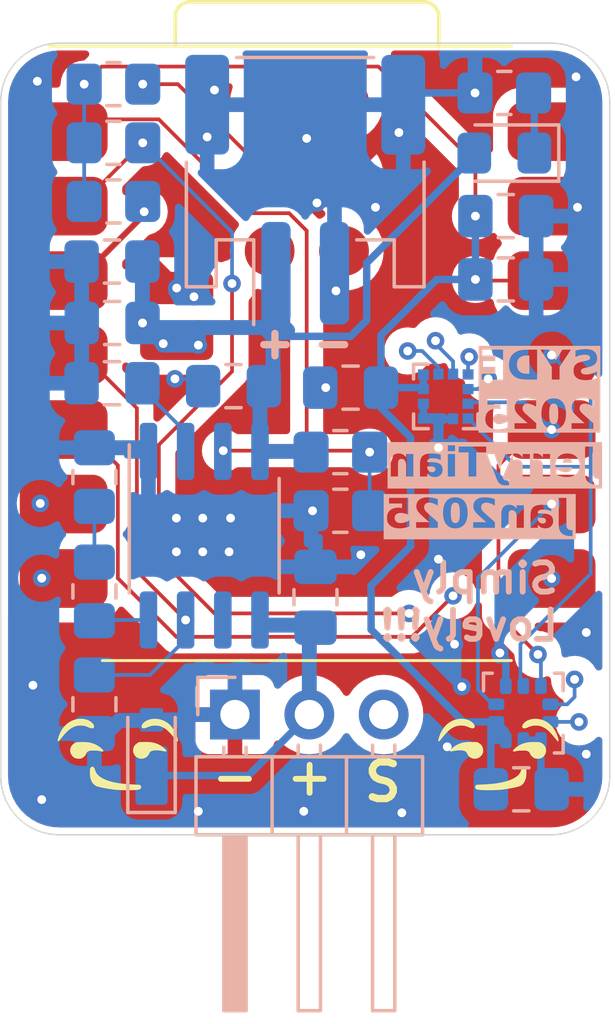
<source format=kicad_pcb>
(kicad_pcb (version 20240108) (generator "pcbnew") (generator_version "8.0")
  (layers (0 "F.Cu" signal) (1 "In1.Cu" signal) (2 "In2.Cu" signal) (31 "B.Cu" signal) (34 "B.Paste" user) (35 "F.Paste" user) (36 "B.SilkS" user "B.Silkscreen") (37 "F.SilkS" user "F.Silkscreen") (38 "B.Mask" user) (39 "F.Mask" user) (44 "Edge.Cuts" user))
  (net 0 "")
  (net 1 "+BATT")
  (net 2 "+3.3V")
  (net 3 "GND")
  (net 5 "/MCU/PWM")
  (net 7 "+BATT_FUSED")
  (net 9 "/Efuse/INT_R_OVLO")
  (net 10 "/VMON")
  (net 11 "/IMON")
  (net 14 "/MCU/INT1_ACCEL")
  (net 15 "/MCU/CS_ACCEL")
  (net 16 "/MCU/INT_BARO")
  (net 17 "/MCU/INT2_ACCEL")
  (net 18 "/MCU/CS_BARO")
  (net 19 "/MCU/MOSI")
  (net 20 "/MCU/MISO")
  (net 21 "/MCU/CLK")
  (net 23 "/LED_K")
  (net 24 "/MCU/CHIP_EN")
  (net 25 "/Efuse/DVDT")
  (net 26 "/Efuse/OVLO")
  (footprint "LOGO" (layer "F.Cu") (at 117 123.85)
    (property "Reference" "G***" (hide yes))
    (property "Value" "LOGO" (hide yes))
  )
  (footprint "LOGO" (layer "F.Cu") (at 104 123.85)
    (property "Reference" "G***" (hide yes))
    (property "Value" "LOGO" (hide yes))
  )
  (footprint "SeeedStudio:XIAO-ESP32C3-SMD" (layer "F.Cu") (at 110.4 110.6)
    (property "Reference" "U1" (hide yes))
    (property "Value" "113991054" (hide yes))
    (pad "1" smd roundrect (at -8.25 -7.58) (size 3 2) (layers "F.Cu" "F.Paste" "F.Mask") (net 10 "/VMON"))
    (pad "2" smd roundrect (at -8.25 -5.04) (size 3 2) (layers "F.Cu" "F.Paste" "F.Mask") (net 18 "/MCU/CS_BARO"))
    (pad "3" smd roundrect (at -8.25 -2.5) (size 3 2) (layers "F.Cu" "F.Paste" "F.Mask") (net 15 "/MCU/CS_ACCEL"))
    (pad "4" smd roundrect (at -8.25 0.04) (size 3 2) (layers "F.Cu" "F.Paste" "F.Mask") (net 11 "/IMON"))
    (pad "5" smd roundrect (at -8.25 2.58) (size 3 2) (layers "F.Cu" "F.Paste" "F.Mask") (net 16 "/MCU/INT_BARO"))
    (pad "6" smd roundrect (at -8.25 5.12) (size 3 2) (layers "F.Cu" "F.Paste" "F.Mask") (net 17 "/MCU/INT2_ACCEL"))
    (pad "7" smd roundrect (at -8.25 7.66) (size 3 2) (layers "F.Cu" "F.Paste" "F.Mask") (net 14 "/MCU/INT1_ACCEL"))
    (pad "8" smd roundrect (at 8.415 7.66) (size 3 2) (layers "F.Cu" "F.Paste" "F.Mask") (net 5 "/MCU/PWM"))
    (pad "9" smd roundrect (at 8.415 5.12) (size 3 2) (layers "F.Cu" "F.Paste" "F.Mask") (net 21 "/MCU/CLK"))
    (pad "10" smd roundrect (at 8.415 2.58) (size 3 2) (layers "F.Cu" "F.Paste" "F.Mask") (net 20 "/MCU/MISO"))
    (pad "11" smd roundrect (at 8.415 0.04) (size 3 2) (layers "F.Cu" "F.Paste" "F.Mask") (net 19 "/MCU/MOSI"))
    (pad "12" smd roundrect (at 8.415 -2.5) (size 3 2) (layers "F.Cu" "F.Paste" "F.Mask") (net 2 "+3.3V"))
    (pad "13" smd roundrect (at 8.415 -5.04) (size 3 2) (layers "F.Cu" "F.Paste" "F.Mask") (net 3 "GND"))
    (pad "14" smd roundrect (at 8.415 -7.58) (size 3 2) (layers "F.Cu" "F.Paste" "F.Mask"))
    (pad "15" smd roundrect (at -4.39 -0.342 180) (size 2.5 1.1) (layers "F.Cu" "F.Paste" "F.Mask") (net 1 "+BATT"))
    (pad "16" smd roundrect (at -4.39 -2.247 180) (size 2.5 1.1) (layers "F.Cu" "F.Paste" "F.Mask") (net 3 "GND"))
    (pad "17" smd circle (at -1.215 -8.592) (size 1.7 1.7) (layers "F.Cu" "F.Paste" "F.Mask"))
    (pad "18" smd circle (at 1.325 -8.592) (size 1.7 1.7) (layers "F.Cu" "F.Paste" "F.Mask"))
    (pad "19" smd circle (at -1.215 -6.052) (size 1.7 1.7) (layers "F.Cu" "F.Paste" "F.Mask") (net 24 "/MCU/CHIP_EN"))
    (pad "20" smd circle (at 1.325 -6.052) (size 1.7 1.7) (layers "F.Cu" "F.Paste" "F.Mask") (net 3 "GND"))
    (pad "21" smd circle (at -1.215 -3.512) (size 1.7 1.7) (layers "F.Cu" "F.Paste" "F.Mask"))
    (pad "22" smd circle (at 1.325 -3.512) (size 1.7 1.7) (layers "F.Cu" "F.Paste" "F.Mask"))
  )
  (footprint "Resistor_SMD:R_0805_2012Metric_Pad1.20x1.40mm_HandSolder" (layer "B.Cu") (at 103.85 103.4)
    (property "Reference" "R8" (hide yes))
    (property "Value" "RMCF0805JT4K70" (hide yes))
    (pad "1" smd roundrect (at -1 0) (size 1.2 1.4) (layers "B.Cu" "B.Paste" "B.Mask") (roundrect_rratio 0.208333) (net 2 "+3.3V"))
    (pad "2" smd roundrect (at 1 0) (size 1.2 1.4) (layers "B.Cu" "B.Paste" "B.Mask") (roundrect_rratio 0.208333) (net 18 "/MCU/CS_BARO"))
  )
  (footprint "Capacitor_SMD:C_0805_2012Metric_Pad1.18x1.45mm_HandSolder" (layer "B.Cu") (at 117.25 108.06)
    (property "Reference" "C1" (hide yes))
    (property "Value" "CL21B105KAFNNNE" (hide yes))
    (pad "1" smd roundrect (at -1.0375 0) (size 1.175 1.45) (layers "B.Cu" "B.Paste" "B.Mask") (roundrect_rratio 0.212766) (net 2 "+3.3V"))
    (pad "2" smd roundrect (at 1.0375 0) (size 1.175 1.45) (layers "B.Cu" "B.Paste" "B.Mask") (roundrect_rratio 0.212766) (net 3 "GND"))
  )
  (footprint "Resistor_SMD:R_0805_2012Metric_Pad1.20x1.40mm_HandSolder" (layer "B.Cu") (at 103.85 105.4)
    (property "Reference" "R7" (hide yes))
    (property "Value" "RMCF0805JT4K70" (hide yes))
    (pad "1" smd roundrect (at -1 0) (size 1.2 1.4) (layers "B.Cu" "B.Paste" "B.Mask") (roundrect_rratio 0.208333) (net 2 "+3.3V"))
    (pad "2" smd roundrect (at 1 0) (size 1.2 1.4) (layers "B.Cu" "B.Paste" "B.Mask") (roundrect_rratio 0.208333) (net 15 "/MCU/CS_ACCEL"))
  )
  (footprint "Capacitor_SMD:C_0805_2012Metric_Pad1.18x1.45mm_HandSolder" (layer "B.Cu") (at 117.78 125.45)
    (property "Reference" "C9" (hide yes))
    (property "Value" "CL21B104KBCNNNC" (hide yes))
    (pad "1" smd roundrect (at -1.0375 0) (size 1.175 1.45) (layers "B.Cu" "B.Paste" "B.Mask") (roundrect_rratio 0.212766) (net 2 "+3.3V"))
    (pad "2" smd roundrect (at 1.0375 0) (size 1.175 1.45) (layers "B.Cu" "B.Paste" "B.Mask") (roundrect_rratio 0.212766) (net 3 "GND"))
  )
  (footprint "Diode_SMD:D_MicroSMP_AK_MSS1P3L-M3_89A" (layer "B.Cu") (at 105.15 124.1 90)
    (property "Reference" "D1" (hide yes))
    (property "Value" "MSS1P3L-M3/89A" (hide yes))
    (pad "1" smd roundrect (at -0.88 0 90) (size 2 1.1) (layers "B.Cu" "B.Paste" "B.Mask") (roundrect_rratio 0.1) (net 7 "+BATT_FUSED"))
    (pad "2" smd roundrect (at 1.02 0 90) (size 0.8 0.8) (layers "B.Cu" "B.Paste" "B.Mask") (roundrect_rratio 0.1) (net 3 "GND"))
  )
  (footprint "Capacitor_SMD:C_0805_2012Metric_Pad1.18x1.45mm_HandSolder" (layer "B.Cu") (at 111.95 111.75 180)
    (property "Reference" "C10" (hide yes))
    (property "Value" "CL21B104KBCNNNC" (hide yes))
    (pad "1" smd roundrect (at -1.0375 0 180) (size 1.175 1.45) (layers "B.Cu" "B.Paste" "B.Mask") (roundrect_rratio 0.212766) (net 2 "+3.3V"))
    (pad "2" smd roundrect (at 1.0375 0 180) (size 1.175 1.45) (layers "B.Cu" "B.Paste" "B.Mask") (roundrect_rratio 0.212766) (net 3 "GND"))
  )
  (footprint "Resistor_SMD:R_0805_2012Metric_Pad1.20x1.40mm_HandSolder" (layer "B.Cu") (at 117.2 101.7 180)
    (property "Reference" "R1" (hide yes))
    (property "Value" "RC0805FR-0730RL" (hide yes))
    (pad "1" smd roundrect (at -1 0 180) (size 1.2 1.4) (layers "B.Cu" "B.Paste" "B.Mask") (roundrect_rratio 0.208333) (net 23 "/LED_K"))
    (pad "2" smd roundrect (at 1 0 180) (size 1.2 1.4) (layers "B.Cu" "B.Paste" "B.Mask") (roundrect_rratio 0.208333) (net 3 "GND"))
  )
  (footprint "Capacitor_SMD:C_0805_2012Metric_Pad1.18x1.45mm_HandSolder" (layer "B.Cu") (at 110.75 118.9 90)
    (property "Reference" "C8" (hide yes))
    (property "Value" "GRM21BR61C106KE15K" (hide yes))
    (pad "1" smd roundrect (at -1.0375 0 90) (size 1.175 1.45) (layers "B.Cu" "B.Paste" "B.Mask") (roundrect_rratio 0.212766) (net 7 "+BATT_FUSED"))
    (pad "2" smd roundrect (at 1.0375 0 90) (size 1.175 1.45) (layers "B.Cu" "B.Paste" "B.Mask") (roundrect_rratio 0.212766) (net 3 "GND"))
  )
  (footprint "Capacitor_SMD:C_0805_2012Metric_Pad1.18x1.45mm_HandSolder" (layer "B.Cu") (at 103.805476 109.546 180)
    (property "Reference" "C4" (hide yes))
    (property "Value" "GRM21BR61C106KE15K" (hide yes))
    (pad "1" smd roundrect (at -1.0375 0 180) (size 1.175 1.45) (layers "B.Cu" "B.Paste" "B.Mask") (roundrect_rratio 0.212766) (net 1 "+BATT"))
    (pad "2" smd roundrect (at 1.0375 0 180) (size 1.175 1.45) (layers "B.Cu" "B.Paste" "B.Mask") (roundrect_rratio 0.212766) (net 3 "GND"))
  )
  (footprint "Capacitor_SMD:C_0805_2012Metric_Pad1.18x1.45mm_HandSolder" (layer "B.Cu") (at 103.8 111.6 180)
    (property "Reference" "C5" (hide yes))
    (property "Value" "CC0805JRNPO9BN471" (hide yes))
    (pad "1" smd roundrect (at -1.0375 0 180) (size 1.175 1.45) (layers "B.Cu" "B.Paste" "B.Mask") (roundrect_rratio 0.212766) (net 25 "/Efuse/DVDT"))
    (pad "2" smd roundrect (at 1.0375 0 180) (size 1.175 1.45) (layers "B.Cu" "B.Paste" "B.Mask") (roundrect_rratio 0.212766) (net 3 "GND"))
  )
  (footprint "LED_SMD:LED_0805_2012Metric_Pad1.15x1.40mm_HandSolder" (layer "B.Cu") (at 117.2 103.75 180)
    (property "Reference" "D2" (hide yes))
    (property "Value" "150080GS75000" (hide yes))
    (pad "1" smd roundrect (at -1.025 0 180) (size 1.15 1.4) (layers "B.Cu" "B.Paste" "B.Mask") (roundrect_rratio 0.217391) (net 23 "/LED_K"))
    (pad "2" smd roundrect (at 1.025 0 180) (size 1.15 1.4) (layers "B.Cu" "B.Paste" "B.Mask") (roundrect_rratio 0.217391) (net 1 "+BATT"))
  )
  (footprint "Capacitor_SMD:C_0805_2012Metric_Pad1.18x1.45mm_HandSolder" (layer "B.Cu") (at 103.8 107.45 180)
    (property "Reference" "C3" (hide yes))
    (property "Value" "CL21B104KBCNNNC" (hide yes))
    (pad "1" smd roundrect (at -1.0375 0 180) (size 1.175 1.45) (layers "B.Cu" "B.Paste" "B.Mask") (roundrect_rratio 0.212766) (net 1 "+BATT"))
    (pad "2" smd roundrect (at 1.0375 0 180) (size 1.175 1.45) (layers "B.Cu" "B.Paste" "B.Mask") (roundrect_rratio 0.212766) (net 3 "GND"))
  )
  (footprint "Resistor_SMD:R_0805_2012Metric_Pad1.20x1.40mm_HandSolder" (layer "B.Cu") (at 111.6 113.95)
    (property "Reference" "R5" (hide yes))
    (property "Value" "RC0805FR-0782KL" (hide yes))
    (pad "1" smd roundrect (at -1 0) (size 1.2 1.4) (layers "B.Cu" "B.Paste" "B.Mask") (roundrect_rratio 0.208333) (net 1 "+BATT"))
    (pad "2" smd roundrect (at 1 0) (size 1.2 1.4) (layers "B.Cu" "B.Paste" "B.Mask") (roundrect_rratio 0.208333) (net 10 "/VMON"))
  )
  (footprint "Capacitor_SMD:C_0805_2012Metric_Pad1.18x1.45mm_HandSolder" (layer "B.Cu") (at 117.25 105.9)
    (property "Reference" "C2" (hide yes))
    (property "Value" "CL21B104KBCNNNC" (hide yes))
    (pad "1" smd roundrect (at -1.0375 0) (size 1.175 1.45) (layers "B.Cu" "B.Paste" "B.Mask") (roundrect_rratio 0.212766) (net 2 "+3.3V"))
    (pad "2" smd roundrect (at 1.0375 0) (size 1.175 1.45) (layers "B.Cu" "B.Paste" "B.Mask") (roundrect_rratio 0.212766) (net 3 "GND"))
  )
  (footprint "Resistor_SMD:R_0805_2012Metric_Pad1.20x1.40mm_HandSolder" (layer "B.Cu") (at 103.85 101.4)
    (property "Reference" "R9" (hide yes))
    (property "Value" "RMCF0805JT4K70" (hide yes))
    (pad "1" smd roundrect (at -1 0) (size 1.2 1.4) (layers "B.Cu" "B.Paste" "B.Mask") (roundrect_rratio 0.208333) (net 2 "+3.3V"))
    (pad "2" smd roundrect (at 1 0) (size 1.2 1.4) (layers "B.Cu" "B.Paste" "B.Mask") (roundrect_rratio 0.208333) (net 24 "/MCU/CHIP_EN"))
  )
  (footprint "Resistor_SMD:R_0805_2012Metric_Pad1.20x1.40mm_HandSolder" (layer "B.Cu") (at 103.2 118.7 90)
    (property "Reference" "R2" (hide yes))
    (property "Value" "RC0805FR-07200KL" (hide yes))
    (pad "1" smd roundrect (at -1 0 90) (size 1.2 1.4) (layers "B.Cu" "B.Paste" "B.Mask") (roundrect_rratio 0.208333) (net 26 "/Efuse/OVLO"))
    (pad "2" smd roundrect (at 1 0 90) (size 1.2 1.4) (layers "B.Cu" "B.Paste" "B.Mask") (roundrect_rratio 0.208333) (net 9 "/Efuse/INT_R_OVLO"))
  )
  (footprint "Resistor_SMD:R_0805_2012Metric_Pad1.20x1.40mm_HandSolder" (layer "B.Cu") (at 103.2 122.55 -90)
    (property "Reference" "R6" (hide yes))
    (property "Value" "RC0805FR-07698RL" (hide yes))
    (pad "1" smd roundrect (at -1 0 270) (size 1.2 1.4) (layers "B.Cu" "B.Paste" "B.Mask") (roundrect_rratio 0.208333) (net 11 "/IMON"))
    (pad "2" smd roundrect (at 1 0 270) (size 1.2 1.4) (layers "B.Cu" "B.Paste" "B.Mask") (roundrect_rratio 0.208333) (net 3 "GND"))
  )
  (footprint "Connector_PinHeader_2.54mm:PinHeader_1x03_P2.54mm_Horizontal" (layer "B.Cu") (at 108 122.9 -90)
    (property "Reference" "J2" (hide yes))
    (property "Value" "PH1RA-03-UA" (hide yes))
    (pad "1" thru_hole rect (at 0 0 270) (size 1.7 1.7) (drill 1) (layers "*.Cu" "*.Mask") (net 3 "GND"))
    (pad "2" thru_hole oval (at 0 -2.54 270) (size 1.7 1.7) (drill 1) (layers "*.Cu" "*.Mask") (net 7 "+BATT_FUSED"))
    (pad "3" thru_hole oval (at 0 -5.08 270) (size 1.7 1.7) (drill 1) (layers "*.Cu" "*.Mask") (net 5 "/MCU/PWM"))
  )
  (footprint "Connector_JST:JST_PH_S2B-PH-SM4-TB_1x02-1MP_P2.00mm_Horizontal" (layer "B.Cu") (at 110.4 105)
    (property "Reference" "J1" (hide yes))
    (property "Value" "S2B-PH-SM4-TB" (hide yes))
    (pad "1" smd roundrect (at -1 2.85) (size 1 3.5) (layers "B.Cu" "B.Paste" "B.Mask") (net 1 "+BATT"))
    (pad "2" smd roundrect (at 1 2.85) (size 1 3.5) (layers "B.Cu" "B.Paste" "B.Mask") (net 3 "GND"))
    (pad "MP" smd roundrect (at -3.35 -2.9) (size 1.5 3.4) (layers "B.Cu" "B.Paste" "B.Mask") (roundrect_rratio 0.166667) (net 3 "GND"))
    (pad "MP" smd roundrect (at 3.35 -2.9) (size 1.5 3.4) (layers "B.Cu" "B.Paste" "B.Mask") (roundrect_rratio 0.166667) (net 3 "GND"))
  )
  (footprint "Package_LGA:ST_HLGA-10_LPS22HHTR" (layer "B.Cu") (at 117.85 122.85)
    (property "Reference" "U2" (hide yes))
    (property "Value" "LPS22HHTR" (hide yes))
    (pad "1" smd roundrect (at -0.925 0.3) (size 0.55 0.4) (layers "B.Cu" "B.Paste" "B.Mask") (net 2 "+3.3V"))
    (pad "2" smd roundrect (at -0.925 -0.3) (size 0.55 0.4) (layers "B.Cu" "B.Paste" "B.Mask") (net 21 "/MCU/CLK"))
    (pad "3" smd roundrect (at -0.6 -0.925) (size 0.4 0.55) (layers "B.Cu" "B.Paste" "B.Mask") (net 3 "GND"))
    (pad "4" smd roundrect (at 0 -0.925) (size 0.4 0.55) (layers "B.Cu" "B.Paste" "B.Mask") (net 19 "/MCU/MOSI"))
    (pad "5" smd roundrect (at 0.6 -0.925) (size 0.4 0.55) (layers "B.Cu" "B.Paste" "B.Mask") (net 20 "/MCU/MISO"))
    (pad "6" smd roundrect (at 0.925 -0.3) (size 0.55 0.4) (layers "B.Cu" "B.Paste" "B.Mask") (net 18 "/MCU/CS_BARO"))
    (pad "7" smd roundrect (at 0.925 0.3) (size 0.55 0.4) (layers "B.Cu" "B.Paste" "B.Mask") (net 16 "/MCU/INT_BARO"))
    (pad "8" smd roundrect (at 0.6 0.925) (size 0.4 0.55) (layers "B.Cu" "B.Paste" "B.Mask") (net 3 "GND"))
    (pad "9" smd roundrect (at 0 0.925) (size 0.4 0.55) (layers "B.Cu" "B.Paste" "B.Mask") (net 3 "GND"))
    (pad "10" smd roundrect (at -0.6 0.925) (size 0.4 0.55) (layers "B.Cu" "B.Paste" "B.Mask") (net 2 "+3.3V"))
  )
  (footprint "Package_LGA:LGA-12_LIS2HH12TR" (layer "B.Cu") (at 115.2 112.05 180)
    (property "Reference" "U3" (hide yes))
    (property "Value" "LIS2HH12TR" (hide yes))
    (pad "1" smd rect (at -0.7625 0.75 180) (size 0.375 0.35) (layers "B.Cu" "B.Paste" "B.Mask") (net 21 "/MCU/CLK"))
    (pad "2" smd rect (at -0.7625 0.25 180) (size 0.375 0.35) (layers "B.Cu" "B.Paste" "B.Mask") (net 15 "/MCU/CS_ACCEL"))
    (pad "3" smd rect (at -0.7625 -0.25 180) (size 0.375 0.35) (layers "B.Cu" "B.Paste" "B.Mask") (net 20 "/MCU/MISO"))
    (pad "4" smd rect (at -0.7625 -0.75 180) (size 0.375 0.35) (layers "B.Cu" "B.Paste" "B.Mask") (net 19 "/MCU/MOSI"))
    (pad "5" smd rect (at -0.25 -0.7625 90) (size 0.375 0.35) (layers "B.Cu" "B.Paste" "B.Mask") (net 3 "GND"))
    (pad "6" smd rect (at 0.25 -0.7625 90) (size 0.375 0.35) (layers "B.Cu" "B.Paste" "B.Mask") (net 3 "GND"))
    (pad "7" smd rect (at 0.7625 -0.75 180) (size 0.375 0.35) (layers "B.Cu" "B.Paste" "B.Mask") (net 3 "GND"))
    (pad "8" smd rect (at 0.7625 -0.25 180) (size 0.375 0.35) (layers "B.Cu" "B.Paste" "B.Mask") (net 3 "GND"))
    (pad "9" smd rect (at 0.7625 0.25 180) (size 0.375 0.35) (layers "B.Cu" "B.Paste" "B.Mask") (net 2 "+3.3V"))
    (pad "10" smd rect (at 0.7625 0.75 180) (size 0.375 0.35) (layers "B.Cu" "B.Paste" "B.Mask") (net 2 "+3.3V"))
    (pad "11" smd rect (at 0.25 0.7625 90) (size 0.375 0.35) (layers "B.Cu" "B.Paste" "B.Mask") (net 17 "/MCU/INT2_ACCEL"))
    (pad "12" smd rect (at -0.25 0.7625 90) (size 0.375 0.35) (layers "B.Cu" "B.Paste" "B.Mask") (net 14 "/MCU/INT1_ACCEL"))
  )
  (footprint "Package_SO:SOIC-8-TPS259631DDAR" (layer "B.Cu") (at 106.95 116.8 -90)
    (property "Reference" "U4" (hide yes))
    (property "Value" "TPS259621DDAR" (hide yes))
    (pad "1" smd roundrect (at -2.875 1.905 270) (size 1.95 0.6) (layers "B.Cu" "B.Paste" "B.Mask") (net 3 "GND"))
    (pad "2" smd roundrect (at -2.875 0.635 270) (size 1.95 0.6) (layers "B.Cu" "B.Paste" "B.Mask") (net 25 "/Efuse/DVDT"))
    (pad "3" smd roundrect (at -2.875 -0.635 270) (size 1.95 0.6) (layers "B.Cu" "B.Paste" "B.Mask") (net 10 "/VMON"))
    (pad "4" smd roundrect (at -2.875 -1.905 270) (size 1.95 0.6) (layers "B.Cu" "B.Paste" "B.Mask") (net 1 "+BATT"))
    (pad "5" smd roundrect (at 2.875 -1.905 270) (size 1.95 0.6) (layers "B.Cu" "B.Paste" "B.Mask") (net 7 "+BATT_FUSED"))
    (pad "6" smd roundrect (at 2.875 -0.635 270) (size 1.95 0.6) (layers "B.Cu" "B.Paste" "B.Mask"))
    (pad "7" smd roundrect (at 2.875 0.635 270) (size 1.95 0.6) (layers "B.Cu" "B.Paste" "B.Mask") (net 11 "/IMON"))
    (pad "8" smd roundrect (at 2.875 1.905 270) (size 1.95 0.6) (layers "B.Cu" "B.Paste" "B.Mask") (net 26 "/Efuse/OVLO"))
    (pad "9" smd rect (at 0 0 270) (size 2.41 3.1) (property pad_prop_heatsink) (layers "B.Cu" "B.Mask") (net 3 "GND"))
  )
  (footprint "Capacitor_SMD:C_0805_2012Metric_Pad1.18x1.45mm_HandSolder" (layer "B.Cu") (at 107.95 111.7 180)
    (property "Reference" "C6" (hide yes))
    (property "Value" "CL21B104KBCNNNC" (hide yes))
    (pad "1" smd roundrect (at -1.0375 0 180) (size 1.175 1.45) (layers "B.Cu" "B.Paste" "B.Mask") (roundrect_rratio 0.212766) (net 1 "+BATT"))
    (pad "2" smd roundrect (at 1.0375 0 180) (size 1.175 1.45) (layers "B.Cu" "B.Paste" "B.Mask") (roundrect_rratio 0.212766) (net 3 "GND"))
  )
  (footprint "Resistor_SMD:R_0805_2012Metric_Pad1.20x1.40mm_HandSolder" (layer "B.Cu") (at 111.6 115.95 180)
    (property "Reference" "R4" (hide yes))
    (property "Value" "RC0805FR-0743KL" (hide yes))
    (pad "1" smd roundrect (at -1 0 180) (size 1.2 1.4) (layers "B.Cu" "B.Paste" "B.Mask") (roundrect_rratio 0.208333) (net 10 "/VMON"))
    (pad "2" smd roundrect (at 1 0 180) (size 1.2 1.4) (layers "B.Cu" "B.Paste" "B.Mask") (roundrect_rratio 0.208333) (net 3 "GND"))
  )
  (footprint "Resistor_SMD:R_0805_2012Metric_Pad1.20x1.40mm_HandSolder" (layer "B.Cu") (at 103.2 114.8 90)
    (property "Reference" "R3" (hide yes))
    (property "Value" "RC0805FR-07200KL" (hide yes))
    (pad "1" smd roundrect (at -1 0 90) (size 1.2 1.4) (layers "B.Cu" "B.Paste" "B.Mask") (roundrect_rratio 0.208333) (net 9 "/Efuse/INT_R_OVLO"))
    (pad "2" smd roundrect (at 1 0 90) (size 1.2 1.4) (layers "B.Cu" "B.Paste" "B.Mask") (roundrect_rratio 0.208333) (net 3 "GND"))
  )
  (gr_arc (start 120.8 125) (mid 120.214214 126.414214) (end 118.8 127) (stroke (width 0.05)) (layer "Edge.Cuts"))
  (gr_line (start 118.8 127) (end 102 127) (stroke (width 0.05)) (layer "Edge.Cuts"))
  (gr_arc (start 100 102) (mid 100.585786 100.585786) (end 102 100) (stroke (width 0.05)) (layer "Edge.Cuts"))
  (gr_line (start 100 125) (end 100 102) (stroke (width 0.05)) (layer "Edge.Cuts"))
  (gr_arc (start 118.8 100) (mid 120.214214 100.585786) (end 120.8 102) (stroke (width 0.05)) (layer "Edge.Cuts"))
  (gr_arc (start 102 127) (mid 100.585786 126.414214) (end 100 125) (stroke (width 0.05)) (layer "Edge.Cuts"))
  (gr_line (start 102 100) (end 118.8 100) (stroke (width 0.05)) (layer "Edge.Cuts"))
  (gr_line (start 120.8 102) (end 120.8 125) (stroke (width 0.05)) (layer "Edge.Cuts"))
  (gr_text "JerryTian" (at 120.35 114.95 0) (layer "B.SilkS" knockout) (effects (font (size 1 1) (thickness 0.2) (bold yes)) (justify left bottom mirror)))
  (gr_text "Simply\nLovely!!!" (at 119.15 120.45 0) (layer "B.SilkS") (effects (font (size 1 1) (thickness 0.2) (bold yes)) (justify left bottom mirror)))
  (gr_text "Jan2025" (at 119.45 116.7 0) (layer "B.SilkS" knockout) (effects (font (size 1 1) (thickness 0.2) (bold yes)) (justify left bottom mirror)))
  (gr_text "-" (at 112.15 110.8 0) (layer "B.SilkS") (effects (font (size 1 1) (thickness 0.25) (bold yes)) (justify left bottom mirror)))
  (gr_text "+" (at 110.15 110.8 0) (layer "B.SilkS") (effects (font (size 1 1) (thickness 0.25) (bold yes)) (justify left bottom mirror)))
  (gr_text "SYDE\n2025" (at 118.4 111.9 0) (layer "B.SilkS" knockout) (effects (font (size 1 1) (thickness 0.2) (bold yes)) (justify mirror)))
  (gr_text "-" (at 108 125 0) (layer "F.SilkS") (effects (font (size 1.25 1.25) (thickness 0.2))))
  (gr_text "S" (at 113.05 125.2 0) (layer "F.SilkS") (effects (font (size 1.25 1.25) (thickness 0.25) (bold yes))))
  (gr_text "+" (at 110.55 125 0) (layer "F.SilkS") (effects (font (size 1.25 1.25) (thickness 0.2))))
  (segment (start 105.55 110.25) (end 105.546976 110.25) (width 0.508) (layer "F.Cu") (net 1))
  (segment (start 105.554976 110.258) (end 105.55 110.253024) (width 0.508) (layer "F.Cu") (net 1))
  (segment (start 105.55 110.253024) (end 105.55 110.25) (width 0.508) (layer "F.Cu") (net 1))
  (segment (start 106.01 110.258) (end 105.554976 110.258) (width 0.508) (layer "F.Cu") (net 1))
  (segment (start 105.546976 110.25) (end 104.842976 109.546) (width 0.508) (layer "F.Cu") (net 1))
  (via (at 104.842976 109.546) (size 0.6) (drill 0.3) (layers "F.Cu" "B.Cu") (net 1))
  (via (at 105.55 110.25) (size 0.6) (drill 0.3) (layers "F.Cu" "B.Cu") (net 1))
  (via (at 106.75 110.3) (size 0.6) (drill 0.3) (layers "F.Cu" "B.Cu") (net 1))
  (segment (start 112.5 109.45) (end 112.5 107.5) (width 0.254) (layer "B.Cu") (net 1))
  (segment (start 106.45 110) (end 105.8 110) (width 0.508) (layer "B.Cu") (net 1))
  (segment (start 109.3 110) (end 111.95 110) (width 0.254) (layer "B.Cu") (net 1))
  (segment (start 105.596976 110.3) (end 104.842976 109.546) (width 0.508) (layer "B.Cu") (net 1))
  (segment (start 104.996976 109.7) (end 106.75 109.7) (width 0.508) (layer "B.Cu") (net 1))
  (segment (start 112.5 107.5) (end 116.175 103.825) (width 0.254) (layer "B.Cu") (net 1))
  (segment (start 104.842976 109.546) (end 104.996976 109.7) (width 0.508) (layer "B.Cu") (net 1))
  (segment (start 109.3 107.95) (end 109.3 110) (width 0.508) (layer "B.Cu") (net 1))
  (segment (start 104.8375 107.45) (end 104.8375 109.540524) (width 0.508) (layer "B.Cu") (net 1))
  (segment (start 106.75 110.3) (end 106.75 109.7) (width 0.508) (layer "B.Cu") (net 1))
  (segment (start 108.855 111.8325) (end 108.9875 111.7) (width 0.508) (layer "B.Cu") (net 1))
  (segment (start 109 109.7) (end 109.3 110) (width 0.508) (layer "B.Cu") (net 1))
  (segment (start 109.4 107.85) (end 109.3 107.95) (width 0.508) (layer "B.Cu") (net 1))
  (segment (start 106.75 109.7) (end 109 109.7) (width 0.508) (layer "B.Cu") (net 1))
  (segment (start 116.175 103.825) (end 116.175 103.75) (width 0.254) (layer "B.Cu") (net 1))
  (segment (start 106.75 110.3) (end 106.45 110) (width 0.508) (layer "B.Cu") (net 1))
  (segment (start 109.3 111.3875) (end 108.9875 111.7) (width 0.508) (layer "B.Cu") (net 1))
  (segment (start 111.95 110) (end 112.5 109.45) (width 0.254) (layer "B.Cu") (net 1))
  (segment (start 108.855 113.925) (end 108.855 111.8325) (width 0.508) (layer "B.Cu") (net 1))
  (segment (start 109.3 110) (end 109.3 111.3875) (width 0.508) (layer "B.Cu") (net 1))
  (segment (start 104.8375 109.540524) (end 104.842976 109.546) (width 0.508) (layer "B.Cu") (net 1))
  (segment (start 105.8 110) (end 105.55 110.25) (width 0.508) (layer "B.Cu") (net 1))
  (segment (start 110.575 113.925) (end 110.6 113.95) (width 0.508) (layer "B.Cu") (net 1))
  (segment (start 109.4 107.85) (end 109.4 109.4) (width 0.508) (layer "B.Cu") (net 1))
  (segment (start 109.4 109.4) (end 109.8 109.8) (width 0.508) (layer "B.Cu") (net 1))
  (segment (start 106.75 110.3) (end 105.596976 110.3) (width 0.508) (layer "B.Cu") (net 1))
  (segment (start 108.855 113.925) (end 110.575 113.925) (width 0.508) (layer "B.Cu") (net 1))
  (segment (start 116.2125 105.9) (end 116.2125 104.1125) (width 0.127) (layer "F.Cu") (net 2))
  (segment (start 116.2525 108.1) (end 116.2125 108.06) (width 0.127) (layer "F.Cu") (net 2))
  (segment (start 118.815 108.1) (end 116.2525 108.1) (width 0.127) (layer "F.Cu") (net 2))
  (segment (start 103.45 100.8) (end 102.85 101.4) (width 0.127) (layer "F.Cu") (net 2))
  (segment (start 116.2125 104.1125) (end 112.9 100.8) (width 0.127) (layer "F.Cu") (net 2))
  (segment (start 112.9 100.8) (end 103.45 100.8) (width 0.127) (layer "F.Cu") (net 2))
  (via (at 116.2125 105.9) (size 0.6) (drill 0.3) (layers "F.Cu" "B.Cu") (net 2))
  (via (at 102.85 101.4) (size 0.6) (drill 0.3) (layers "F.Cu" "B.Cu") (net 2))
  (via (at 116.2125 108.06) (size 0.6) (drill 0.3) (layers "F.Cu" "B.Cu") (net 2))
  (segment (start 112.65 118.5) (end 112.65 120) (width 0.254) (layer "B.Cu") (net 2))
  (segment (start 117.25 123.775) (end 117.25 123.475) (width 0.254) (layer "B.Cu") (net 2))
  (segment (start 116.7675 123.775) (end 116.7425 123.75) (width 0.254) (layer "B.Cu") (net 2))
  (segment (start 116.2125 108.06) (end 116.2125 105.9) (width 0.254) (layer "B.Cu") (net 2))
  (segment (start 117.25 123.475) (end 116.925 123.15) (width 0.254) (layer "B.Cu") (net 2))
  (segment (start 112.65 120) (end 115.8 123.15) (width 0.254) (layer "B.Cu") (net 2))
  (segment (start 116.7425 125.45) (end 116.7425 123.75) (width 0.254) (layer "B.Cu") (net 2))
  (segment (start 114.4375 111.75) (end 114.4375 111.3) (width 0.254) (layer "B.Cu") (net 2))
  (segment (start 117.25 123.775) (end 116.9 123.775) (width 0.254) (layer "B.Cu") (net 2))
  (segment (start 115.8 123.15) (end 116.925 123.15) (width 0.254) (layer "B.Cu") (net 2))
  (segment (start 117.25 123.75) (end 116.95 123.45) (width 0.254) (layer "B.Cu") (net 2))
  (segment (start 114 113.45) (end 114 117.15) (width 0.254) (layer "B.Cu") (net 2))
  (segment (start 114.89 108.06) (end 116.2125 108.06) (width 0.254) (layer "B.Cu") (net 2))
  (segment (start 116.9 123.775) (end 116.7675 123.775) (width 0.254) (layer "B.Cu") (net 2))
  (segment (start 112.9875 112.4375) (end 114 113.45) (width 0.254) (layer "B.Cu") (net 2))
  (segment (start 112.9875 111.75) (end 112.9875 109.9625) (width 0.254) (layer "B.Cu") (net 2))
  (segment (start 102.85 101.4) (end 102.85 105.4) (width 0.127) (layer "B.Cu") (net 2))
  (segment (start 117.25 123.775) (end 117.25 123.75) (width 0.254) (layer "B.Cu") (net 2))
  (segment (start 116.925 123.15) (end 116.9 123.175) (width 0.254) (layer "B.Cu") (net 2))
  (segment (start 112.9875 109.9625) (end 114.89 108.06) (width 0.254) (layer "B.Cu") (net 2))
  (segment (start 114 117.15) (end 112.65 118.5) (width 0.254) (layer "B.Cu") (net 2))
  (segment (start 116.9 123.175) (end 116.9 123.775) (width 0.254) (layer "B.Cu") (net 2))
  (segment (start 112.9875 111.75) (end 112.9875 112.4375) (width 0.254) (layer "B.Cu") (net 2))
  (segment (start 112.9875 111.75) (end 114.4375 111.75) (width 0.254) (layer "B.Cu") (net 2))
  (segment (start 116.7425 123.3325) (end 116.925 123.15) (width 0.254) (layer "B.Cu") (net 2))
  (segment (start 116.7425 123.75) (end 116.7425 123.3325) (width 0.254) (layer "B.Cu") (net 2))
  (via (at 119.65 101.15) (size 0.6) (drill 0.3) (layers "F.Cu" "B.Cu") (net 3))
  (via (at 107.05 103.2) (size 0.6) (drill 0.3) (layers "F.Cu" "B.Cu") (net 3))
  (via (at 107.8 117.35) (size 0.6) (drill 0.3) (layers "F.Cu" "B.Cu") (net 3))
  (via (at 101.4 125.8) (size 0.6) (drill 0.3) (layers "F.Cu" "B.Cu") (net 3))
  (via (at 110.65 115.95) (size 0.6) (drill 0.3) (layers "F.Cu" "B.Cu") (net 3))
  (via (at 113.6 103.05) (size 0.6) (drill 0.3) (layers "F.Cu" "B.Cu") (net 3))
  (via (at 107.85 116.2) (size 0.6) (drill 0.3) (layers "F.Cu" "B.Cu") (net 3))
  (via (at 101.1 121.9) (size 0.6) (drill 0.3) (layers "F.Cu" "B.Cu") (net 3))
  (via (at 115.25 124) (size 0.6) (drill 0.3) (layers "F.Cu" "B.Cu") (net 3))
  (via (at 106 116.2) (size 0.6) (drill 0.3) (layers "F.Cu" "B.Cu") (net 3))
  (via (at 106.01 108.353) (size 0.6) (drill 0.3) (layers "F.Cu" "B.Cu") (net 3))
  (via (at 117.05 120.8) (size 0.6) (drill 0.3) (layers "F.Cu" "B.Cu") (net 3))
  (via (at 115.5 120.5) (size 0.6) (drill 0.3) (layers "F.Cu" "B.Cu") (net 3))
  (via (at 106.75 126.2) (size 0.6) (drill 0.3) (layers "F.Cu" "B.Cu") (net 3))
  (via (at 110.8 105.45) (size 0.6) (drill 0.3) (layers "F.Cu" "B.Cu") (net 3))
  (via (at 106 117.35) (size 0.6) (drill 0.3) (layers "F.Cu" "B.Cu") (net 3))
  (via (at 111.1 111.75) (size 0.6) (drill 0.3) (layers "F.Cu" "B.Cu") (net 3))
  (via (at 113.7 126.25) (size 0.6) (drill 0.3) (layers "F.Cu" "B.Cu") (net 3))
  (via (at 107.3 101.6) (size 0.6) (drill 0.3) (layers "F.Cu" "B.Cu") (net 3))
  (via (at 110.45 103.25) (size 0.6) (drill 0.3) (layers "F.Cu" "B.Cu") (net 3))
  (via (at 119.7 105.6) (size 0.6) (drill 0.3) (layers "F.Cu" "B.Cu") (net 3))
  (via (at 115.75 121.95) (size 0.6) (drill 0.3) (layers "F.Cu" "B.Cu") (net 3))
  (via (at 120 124.25) (size 0.6) (drill 0.3) (layers "F.Cu" "B.Cu") (net 3))
  (via (at 101.25 101.3) (size 0.6) (drill 0.3) (layers "F.Cu" "B.Cu") (net 3))
  (via (at 106.9 116.2) (size 0.6) (drill 0.3) (layers "F.Cu" "B.Cu") (net 3))
  (via (at 116.2 101.7) (size 0.6) (drill 0.3) (layers "F.Cu" "B.Cu") (net 3))
  (via (at 114.95 113.8) (size 0.6) (drill 0.3) (layers "F.Cu" "B.Cu") (net 3))
  (via (at 110.35 126.2) (size 0.6) (drill 0.3) (layers "F.Cu" "B.Cu") (net 3))
  (via (at 111.45 108.45) (size 0.6) (drill 0.3) (layers "F.Cu" "B.Cu") (net 3))
  (via (at 114.95 117.6) (size 0.6) (drill 0.3) (layers "F.Cu" "B.Cu") (net 3))
  (via (at 120 120.1) (size 0.6) (drill 0.3) (layers "F.Cu" "B.Cu") (net 3))
  (via (at 106.6 108.65) (size 0.6) (drill 0.3) (layers "F.Cu" "B.Cu") (net 3))
  (via (at 106.9 117.35) (size 0.6) (drill 0.3) (layers "F.Cu" "B.Cu") (net 3))
  (via (at 112.8 105.6) (size 0.6) (drill 0.3) (layers "F.Cu" "B.Cu") (net 3))
  (via (at 112.3 117.45) (size 0.6) (drill 0.3) (layers "F.Cu" "B.Cu") (net 3))
  (via (at 105.95 111.45) (size 0.6) (drill 0.3) (layers "F.Cu" "B.Cu") (net 3))
  (segment (start 104.05 123.1) (end 105.13 123.1) (width 0.508) (layer "B.Cu") (net 3))
  (segment (start 103.6 123.55) (end 104.05 123.1) (width 0.508) (layer "B.Cu") (net 3))
  (segment (start 105.95 111.45) (end 106.6625 111.45) (width 0.127) (layer "B.Cu") (net 3))
  (segment (start 114.15 101.7) (end 113.75 102.1) (width 0.254) (layer "B.Cu") (net 3))
  (segment (start 118.45 125.0825) (end 118.8175 125.45) (width 0.254) (layer "B.Cu") (net 3))
  (segment (start 117.85 123.775) (end 118.45 123.775) (width 0.254) (layer "B.Cu") (net 3))
  (segment (start 117.25 121.925) (end 117.25 121) (width 0.254) (layer "B.Cu") (net 3))
  (segment (start 118.45 123.775) (end 118.45 125.0825) (width 0.254) (layer "B.Cu") (net 3))
  (segment (start 114.4375 112.8) (end 114.9375 112.8) (width 0.254) (layer "B.Cu") (net 3))
  (segment (start 103.2 113.8) (end 104.92 113.8) (width 0.508) (layer "B.Cu") (net 3))
  (segment (start 105.13 123.1) (end 105.15 123.08) (width 0.508) (layer "B.Cu") (net 3))
  (segment (start 117.25 121) (end 117.05 120.8) (width 0.254) (layer "B.Cu") (net 3))
  (segment (start 114.95 112.8125) (end 115.448 112.8125) (width 0.254) (layer "B.Cu") (net 3))
  (segment (start 114.4375 112.8) (end 114.4375 112.302) (width 0.254) (layer "B.Cu") (net 3))
  (segment (start 103.2 123.55) (end 103.6 123.55) (width 0.508) (layer "B.Cu") (net 3))
  (segment (start 104.92 113.8) (end 105.045 113.925) (width 0.508) (layer "B.Cu") (net 3))
  (segment (start 106.6625 111.45) (end 106.9125 111.7) (width 0.127) (layer "B.Cu") (net 3))
  (segment (start 114.9375 112.8) (end 114.95 112.8125) (width 0.254) (layer "B.Cu") (net 3))
  (segment (start 116.2 101.7) (end 114.15 101.7) (width 0.254) (layer "B.Cu") (net 3))
  (via (at 118.815 118.26) (size 0.6) (drill 0.3) (layers "F.Cu" "B.Cu") (net 5))
  (segment (start 108.46 124.98) (end 110.54 122.9) (width 0.254) (layer "B.Cu") (net 7))
  (segment (start 109.03 119.85) (end 108.855 119.675) (width 0.508) (layer "B.Cu") (net 7))
  (segment (start 105.15 124.98) (end 108.46 124.98) (width 0.254) (layer "B.Cu") (net 7))
  (segment (start 110.54 122.9) (end 110.54 120.1475) (width 0.508) (layer "B.Cu") (net 7))
  (segment (start 110.6625 119.85) (end 109.03 119.85) (width 0.508) (layer "B.Cu") (net 7))
  (segment (start 110.75 119.9375) (end 110.6625 119.85) (width 0.508) (layer "B.Cu") (net 7))
  (segment (start 110.54 120.1475) (end 110.75 119.9375) (width 0.508) (layer "B.Cu") (net 7))
  (segment (start 103.2 117.7) (end 103.2 115.8) (width 0.127) (layer "B.Cu") (net 9))
  (segment (start 102.57 102.6) (end 105.4 102.6) (width 0.127) (layer "F.Cu") (net 10))
  (segment (start 112.55 113.9) (end 112.6 113.95) (width 0.127) (layer "F.Cu") (net 10))
  (segment (start 108.6 105.8) (end 109.85 105.8) (width 0.127) (layer "F.Cu") (net 10))
  (segment (start 109.85 105.8) (end 110.45 106.4) (width 0.127) (layer "F.Cu") (net 10))
  (segment (start 102.15 103.02) (end 102.57 102.6) (width 0.127) (layer "F.Cu") (net 10))
  (segment (start 110.45 106.4) (end 110.45 113.9) (width 0.127) (layer "F.Cu") (net 10))
  (segment (start 107.6 113.9) (end 110.45 113.9) (width 0.127) (layer "F.Cu") (net 10))
  (segment (start 110.45 113.9) (end 112.55 113.9) (width 0.127) (layer "F.Cu") (net 10))
  (segment (start 105.4 102.6) (end 108.6 105.8) (width 0.127) (layer "F.Cu") (net 10))
  (via (at 112.6 113.95) (size 0.6) (drill 0.3) (layers "F.Cu" "B.Cu") (net 10))
  (via (at 107.6 113.9) (size 0.45) (drill 0.3) (layers "F.Cu" "B.Cu") (net 10))
  (segment (start 107.585 113.925) (end 107.585 113.915) (width 0.127) (layer "B.Cu") (net 10))
  (segment (start 107.585 113.915) (end 107.6 113.9) (width 0.127) (layer "B.Cu") (net 10))
  (segment (start 112.6 113.95) (end 112.6 115.95) (width 0.127) (layer "B.Cu") (net 10))
  (segment (start 104.65 112.45) (end 104.65 118.01) (width 0.127) (layer "F.Cu") (net 11))
  (segment (start 104.65 118.01) (end 106.315 119.675) (width 0.127) (layer "F.Cu") (net 11))
  (segment (start 102.15 110.64) (end 102.84 110.64) (width 0.127) (layer "F.Cu") (net 11))
  (segment (start 102.84 110.64) (end 104.65 112.45) (width 0.127) (layer "F.Cu") (net 11))
  (via (at 106.315 119.675) (size 0.6) (drill 0.3) (layers "F.Cu" "B.Cu") (net 11))
  (segment (start 106.315 120.335) (end 106.315 119.675) (width 0.127) (layer "B.Cu") (net 11))
  (segment (start 103.2 121.55) (end 105.1 121.55) (width 0.127) (layer "B.Cu") (net 11))
  (segment (start 105.1 121.55) (end 106.315 120.335) (width 0.127) (layer "B.Cu") (net 11))
  (via (at 114.85 110.15) (size 0.6) (drill 0.3) (layers "F.Cu" "B.Cu") (net 14))
  (via (at 101.4 118.25) (size 0.6) (drill 0.3) (layers "F.Cu" "B.Cu") (net 14))
  (segment (start 114.85 110.15) (end 114.85 110.25) (width 0.127) (layer "B.Cu") (net 14))
  (segment (start 115.45 110.85) (end 115.45 111.2875) (width 0.127) (layer "B.Cu") (net 14))
  (segment (start 114.85 110.25) (end 115.45 110.85) (width 0.127) (layer "B.Cu") (net 14))
  (segment (start 104.9 105.85) (end 102.65 108.1) (width 0.2) (layer "F.Cu") (net 15))
  (segment (start 102.65 108.1) (end 102.15 108.1) (width 0.2) (layer "F.Cu") (net 15))
  (segment (start 104.9 105.75) (end 104.9 105.85) (width 0.2) (layer "F.Cu") (net 15))
  (via (at 116.65 111.45) (size 0.6) (drill 0.3) (layers "F.Cu" "B.Cu") (net 15))
  (via (at 104.9 105.75) (size 0.6) (drill 0.3) (layers "F.Cu" "B.Cu") (net 15))
  (segment (start 104.85 105.7) (end 104.9 105.75) (width 0.2) (layer "B.Cu") (net 15))
  (segment (start 116.65 111.45) (end 116.3 111.8) (width 0.127) (layer "B.Cu") (net 15))
  (segment (start 104.85 105.4) (end 104.85 105.7) (width 0.2) (layer "B.Cu") (net 15))
  (segment (start 116.3 111.8) (end 115.9625 111.8) (width 0.127) (layer "B.Cu") (net 15))
  (segment (start 102.78 113.18) (end 102.15 113.18) (width 0.127) (layer "F.Cu") (net 16))
  (segment (start 114.05 120.25) (end 106 120.25) (width 0.127) (layer "F.Cu") (net 16))
  (segment (start 115.45 118.85) (end 114.05 120.25) (width 0.127) (layer "F.Cu") (net 16))
  (segment (start 106 120.25) (end 104 118.25) (width 0.127) (layer "F.Cu") (net 16))
  (segment (start 104 118.25) (end 104 114.4) (width 0.127) (layer "F.Cu") (net 16))
  (segment (start 104 114.4) (end 102.78 113.18) (width 0.127) (layer "F.Cu") (net 16))
  (via (at 119.75 123.15) (size 0.6) (drill 0.3) (layers "F.Cu" "B.Cu") (net 16))
  (via (at 115.45 118.85) (size 0.6) (drill 0.3) (layers "F.Cu" "B.Cu") (net 16))
  (segment (start 118.775 123.15) (end 119.75 123.15) (width 0.127) (layer "B.Cu") (net 16))
  (via (at 113.9 110.5) (size 0.6) (drill 0.3) (layers "F.Cu" "B.Cu") (net 17))
  (via (at 101.35 115.7) (size 0.6) (drill 0.3) (layers "F.Cu" "B.Cu") (net 17))
  (segment (start 114.95 111.2875) (end 114.95 111.055245) (width 0.127) (layer "B.Cu") (net 17))
  (segment (start 114.95 111.055245) (end 114.394755 110.5) (width 0.127) (layer "B.Cu") (net 17))
  (segment (start 114.394755 110.5) (end 113.9 110.5) (width 0.127) (layer "B.Cu") (net 17))
  (segment (start 105.4 113.7) (end 107.9 111.2) (width 0.127) (layer "F.Cu") (net 18))
  (segment (start 105.4 117.55) (end 105.4 113.7) (width 0.127) (layer "F.Cu") (net 18))
  (segment (start 107.9 111.2) (end 107.9 108.2) (width 0.127) (layer "F.Cu") (net 18))
  (segment (start 113.95 119.45) (end 107.3 119.45) (width 0.127) (layer "F.Cu") (net 18))
  (segment (start 104.85 103.4) (end 102.69 105.56) (width 0.127) (layer "F.Cu") (net 18))
  (segment (start 107.3 119.45) (end 105.4 117.55) (width 0.127) (layer "F.Cu") (net 18))
  (segment (start 102.69 105.56) (end 102.15 105.56) (width 0.127) (layer "F.Cu") (net 18))
  (via (at 113.95 119.45) (size 0.6) (drill 0.3) (layers "F.Cu" "B.Cu") (net 18))
  (via (at 107.9 108.2) (size 0.6) (drill 0.3) (layers "F.Cu" "B.Cu") (net 18))
  (via (at 119.6 121.7) (size 0.6) (drill 0.3) (layers "F.Cu" "B.Cu") (net 18))
  (via (at 104.85 103.4) (size 0.6) (drill 0.3) (layers "F.Cu" "B.Cu") (net 18))
  (segment (start 107.9 106.45) (end 104.85 103.4) (width 0.127) (layer "B.Cu") (net 18))
  (segment (start 118.775 122.55) (end 119.35 122.55) (width 0.127) (layer "B.Cu") (net 18))
  (segment (start 107.9 108.2) (end 107.9 106.45) (width 0.127) (layer "B.Cu") (net 18))
  (segment (start 119.6 122.3) (end 119.6 121.7) (width 0.127) (layer "B.Cu") (net 18))
  (segment (start 119.35 122.55) (end 119.6 122.3) (width 0.127) (layer "B.Cu") (net 18))
  (via (at 118.815 110.64) (size 0.6) (drill 0.3) (layers "F.Cu" "B.Cu") (net 19))
  (segment (start 120.15 118.1) (end 120.15 114.45) (width 0.127) (layer "B.Cu") (net 19))
  (segment (start 117.75 121.825) (end 117.75 120.5) (width 0.127) (layer "B.Cu") (net 19))
  (segment (start 115.9625 112.8) (end 117.6125 114.45) (width 0.127) (layer "B.Cu") (net 19))
  (segment (start 120.15 111.975) (end 118.815 110.64) (width 0.127) (layer "B.Cu") (net 19))
  (segment (start 120.15 114.45) (end 120.15 111.975) (width 0.127) (layer "B.Cu") (net 19))
  (segment (start 117.85 121.925) (end 117.75 121.825) (width 0.127) (layer "B.Cu") (net 19))
  (segment (start 117.6125 114.45) (end 120.15 114.45) (width 0.127) (layer "B.Cu") (net 19))
  (segment (start 117.75 120.5) (end 120.15 118.1) (width 0.127) (layer "B.Cu") (net 19))
  (segment (start 118.35 120.85) (end 117 119.5) (width 0.127) (layer "F.Cu") (net 20))
  (segment (start 117 119.5) (end 117 114.4) (width 0.127) (layer "F.Cu") (net 20))
  (segment (start 118.22 113.18) (end 118.815 113.18) (width 0.127) (layer "F.Cu") (net 20))
  (segment (start 117 114.4) (end 118.22 113.18) (width 0.127) (layer "F.Cu") (net 20))
  (via (at 118.815 113.18) (size 0.6) (drill 0.3) (layers "F.Cu" "B.Cu") (net 20))
  (via (at 118.35 120.85) (size 0.6) (drill 0.3) (layers "F.Cu" "B.Cu") (net 20))
  (segment (start 116.0125 112.25) (end 117.885 112.25) (width 0.127) (layer "B.Cu") (net 20))
  (segment (start 115.9625 112.3) (end 116.0125 112.25) (width 0.127) (layer "B.Cu") (net 20))
  (segment (start 117.885 112.25) (end 118.815 113.18) (width 0.127) (layer "B.Cu") (net 20))
  (segment (start 118.45 120.95) (end 118.35 120.85) (width 0.127) (layer "B.Cu") (net 20))
  (segment (start 118.45 121.925) (end 118.45 120.95) (width 0.127) (layer "B.Cu") (net 20))
  (via (at 118.815 115.72) (size 0.6) (drill 0.3) (layers "F.Cu" "B.Cu") (net 21))
  (via (at 116 110.7) (size 0.6) (drill 0.3) (layers "F.Cu" "B.Cu") (net 21))
  (segment (start 116.3 118.235) (end 116.3 122.05) (width 0.127) (layer "B.Cu") (net 21))
  (segment (start 116 110.7) (end 115.9625 110.7375) (width 0.127) (layer "B.Cu") (net 21))
  (segment (start 116.3 122.05) (end 116.8 122.55) (width 0.127) (layer "B.Cu") (net 21))
  (segment (start 118.815 115.72) (end 116.3 118.235) (width 0.127) (layer "B.Cu") (net 21))
  (segment (start 116.8 122.55) (end 116.925 122.55) (width 0.127) (layer "B.Cu") (net 21))
  (segment (start 115.9625 110.7375) (end 115.9625 111.3) (width 0.127) (layer "B.Cu") (net 21))
  (segment (start 118.225 101.725) (end 118.2 101.7) (width 0.254) (layer "B.Cu") (net 23))
  (segment (start 118.225 103.75) (end 118.225 101.725) (width 0.254) (layer "B.Cu") (net 23))
  (segment (start 109.185 104.535) (end 106.05 101.4) (width 0.127) (layer "F.Cu") (net 24))
  (segment (start 106.05 101.4) (end 104.85 101.4) (width 0.127) (layer "F.Cu") (net 24))
  (segment (start 109.185 104.548) (end 109.185 104.535) (width 0.127) (layer "F.Cu") (net 24))
  (via (at 104.85 101.4) (size 0.6) (drill 0.3) (layers "F.Cu" "B.Cu") (net 24))
  (segment (start 106.315 113.925) (end 106.315 113.265) (width 0.127) (layer "B.Cu") (net 25))
  (segment (start 104.8375 111.7875) (end 104.8375 111.6) (width 0.127) (layer "B.Cu") (net 25))
  (segment (start 106.315 113.265) (end 104.8375 111.7875) (width 0.127) (layer "B.Cu") (net 25))
  (segment (start 105.045 119.675) (end 103.225 119.675) (width 0.127) (layer "B.Cu") (net 26))
  (segment (start 103.225 119.675) (end 103.2 119.7) (width 0.127) (layer "B.Cu") (net 26))
  (zone (net 3) (net_name "GND") (layers "F.Cu" "In1.Cu" "In2.Cu" "B.Cu") (connect_pads (clearance 0.5)) (min_thickness 0.25) (fill yes (thermal_gap 0.5) (thermal_bridge_width 0.5))
    (polygon (pts (xy 100 100) (xy 121 100) (xy 121 127.05) (xy 100 127)))
  )
)
</source>
